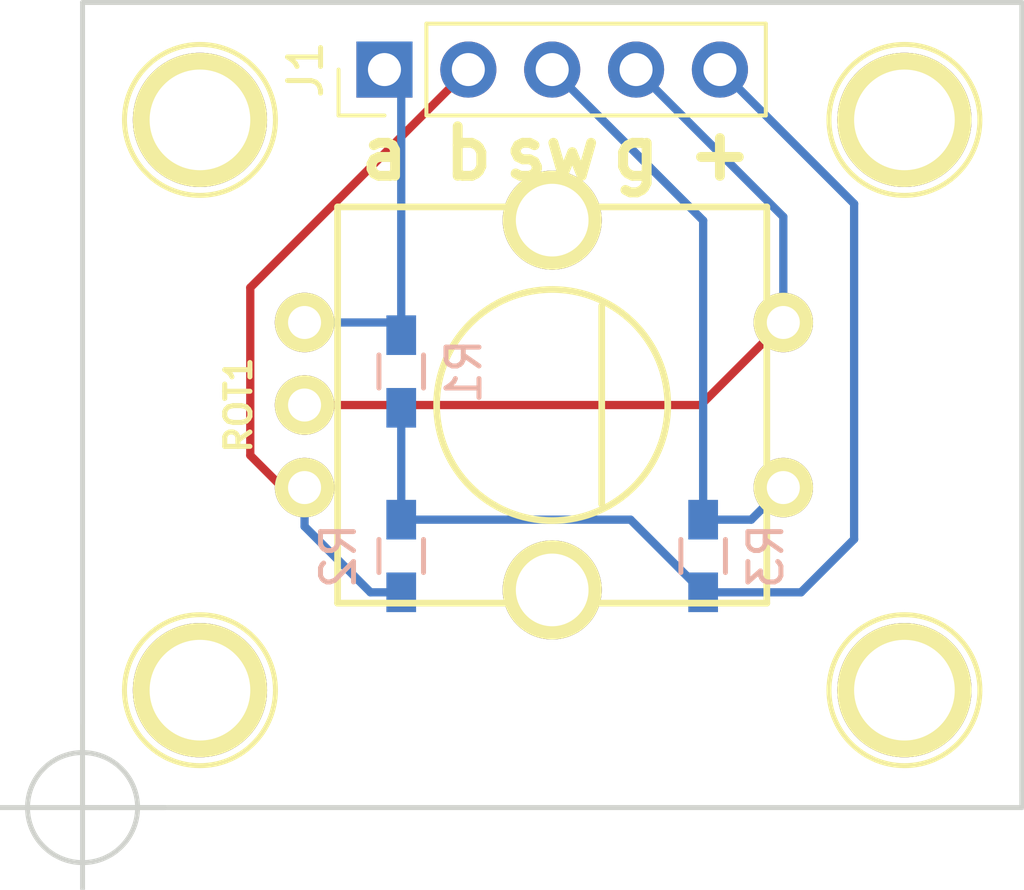
<source format=kicad_pcb>
(kicad_pcb (version 4) (host pcbnew 4.0.7)

  (general
    (links 11)
    (no_connects 0)
    (area 131.7399 70.214166 173.888001 97.463)
    (thickness 1.6)
    (drawings 12)
    (tracks 26)
    (zones 0)
    (modules 9)
    (nets 6)
  )

  (page A4)
  (layers
    (0 F.Cu signal)
    (31 B.Cu signal)
    (32 B.Adhes user)
    (33 F.Adhes user)
    (34 B.Paste user)
    (35 F.Paste user)
    (36 B.SilkS user)
    (37 F.SilkS user)
    (38 B.Mask user)
    (39 F.Mask user)
    (40 Dwgs.User user)
    (41 Cmts.User user)
    (42 Eco1.User user)
    (43 Eco2.User user)
    (44 Edge.Cuts user)
    (45 Margin user)
    (46 B.CrtYd user)
    (47 F.CrtYd user)
    (48 B.Fab user)
    (49 F.Fab user)
  )

  (setup
    (last_trace_width 0.25)
    (trace_clearance 0.2)
    (zone_clearance 0.508)
    (zone_45_only no)
    (trace_min 0.2)
    (segment_width 0.2)
    (edge_width 0.15)
    (via_size 0.6)
    (via_drill 0.4)
    (via_min_size 0.4)
    (via_min_drill 0.3)
    (uvia_size 0.3)
    (uvia_drill 0.1)
    (uvias_allowed no)
    (uvia_min_size 0.2)
    (uvia_min_drill 0.1)
    (pcb_text_width 0.3)
    (pcb_text_size 1.5 1.5)
    (mod_edge_width 0.15)
    (mod_text_size 1 1)
    (mod_text_width 0.15)
    (pad_size 4.064 4.064)
    (pad_drill 3.048)
    (pad_to_mask_clearance 0.2)
    (aux_axis_origin 128.016 96.52)
    (visible_elements FFFFFF7F)
    (pcbplotparams
      (layerselection 0x00030_80000001)
      (usegerberextensions false)
      (excludeedgelayer true)
      (linewidth 0.100000)
      (plotframeref false)
      (viasonmask false)
      (mode 1)
      (useauxorigin false)
      (hpglpennumber 1)
      (hpglpenspeed 20)
      (hpglpendiameter 15)
      (hpglpenoverlay 2)
      (psnegative false)
      (psa4output false)
      (plotreference true)
      (plotvalue true)
      (plotinvisibletext false)
      (padsonsilk false)
      (subtractmaskfromsilk false)
      (outputformat 1)
      (mirror false)
      (drillshape 1)
      (scaleselection 1)
      (outputdirectory ""))
  )

  (net 0 "")
  (net 1 "Net-(J1-Pad1)")
  (net 2 "Net-(J1-Pad2)")
  (net 3 "Net-(J1-Pad3)")
  (net 4 GND)
  (net 5 VCC)

  (net_class Default "This is the default net class."
    (clearance 0.2)
    (trace_width 0.25)
    (via_dia 0.6)
    (via_drill 0.4)
    (uvia_dia 0.3)
    (uvia_drill 0.1)
    (add_net GND)
    (add_net "Net-(J1-Pad1)")
    (add_net "Net-(J1-Pad2)")
    (add_net "Net-(J1-Pad3)")
    (add_net VCC)
  )

  (module Resistors_SMD:R_0603_HandSoldering (layer B.Cu) (tedit 58307AEF) (tstamp 59C169CF)
    (at 137.668 83.312 90)
    (descr "Resistor SMD 0603, hand soldering")
    (tags "resistor 0603")
    (path /59BEEA0E)
    (attr smd)
    (fp_text reference R1 (at 0 1.9 90) (layer B.SilkS)
      (effects (font (size 1 1) (thickness 0.15)) (justify mirror))
    )
    (fp_text value R_Small (at 0 -1.9 90) (layer B.Fab)
      (effects (font (size 1 1) (thickness 0.15)) (justify mirror))
    )
    (fp_line (start -0.8 -0.4) (end -0.8 0.4) (layer B.Fab) (width 0.1))
    (fp_line (start 0.8 -0.4) (end -0.8 -0.4) (layer B.Fab) (width 0.1))
    (fp_line (start 0.8 0.4) (end 0.8 -0.4) (layer B.Fab) (width 0.1))
    (fp_line (start -0.8 0.4) (end 0.8 0.4) (layer B.Fab) (width 0.1))
    (fp_line (start -2 0.8) (end 2 0.8) (layer B.CrtYd) (width 0.05))
    (fp_line (start -2 -0.8) (end 2 -0.8) (layer B.CrtYd) (width 0.05))
    (fp_line (start -2 0.8) (end -2 -0.8) (layer B.CrtYd) (width 0.05))
    (fp_line (start 2 0.8) (end 2 -0.8) (layer B.CrtYd) (width 0.05))
    (fp_line (start 0.5 -0.675) (end -0.5 -0.675) (layer B.SilkS) (width 0.15))
    (fp_line (start -0.5 0.675) (end 0.5 0.675) (layer B.SilkS) (width 0.15))
    (pad 1 smd rect (at -1.1 0 90) (size 1.2 0.9) (layers B.Cu B.Paste B.Mask)
      (net 5 VCC))
    (pad 2 smd rect (at 1.1 0 90) (size 1.2 0.9) (layers B.Cu B.Paste B.Mask)
      (net 1 "Net-(J1-Pad1)"))
    (model Resistors_SMD.3dshapes/R_0603_HandSoldering.wrl
      (at (xyz 0 0 0))
      (scale (xyz 1 1 1))
      (rotate (xyz 0 0 0))
    )
  )

  (module Resistors_SMD:R_0603_HandSoldering (layer B.Cu) (tedit 58307AEF) (tstamp 59C169D5)
    (at 137.668 88.9 270)
    (descr "Resistor SMD 0603, hand soldering")
    (tags "resistor 0603")
    (path /59BEEB11)
    (attr smd)
    (fp_text reference R2 (at 0 1.9 270) (layer B.SilkS)
      (effects (font (size 1 1) (thickness 0.15)) (justify mirror))
    )
    (fp_text value R_Small (at 0 -1.9 270) (layer B.Fab)
      (effects (font (size 1 1) (thickness 0.15)) (justify mirror))
    )
    (fp_line (start -0.8 -0.4) (end -0.8 0.4) (layer B.Fab) (width 0.1))
    (fp_line (start 0.8 -0.4) (end -0.8 -0.4) (layer B.Fab) (width 0.1))
    (fp_line (start 0.8 0.4) (end 0.8 -0.4) (layer B.Fab) (width 0.1))
    (fp_line (start -0.8 0.4) (end 0.8 0.4) (layer B.Fab) (width 0.1))
    (fp_line (start -2 0.8) (end 2 0.8) (layer B.CrtYd) (width 0.05))
    (fp_line (start -2 -0.8) (end 2 -0.8) (layer B.CrtYd) (width 0.05))
    (fp_line (start -2 0.8) (end -2 -0.8) (layer B.CrtYd) (width 0.05))
    (fp_line (start 2 0.8) (end 2 -0.8) (layer B.CrtYd) (width 0.05))
    (fp_line (start 0.5 -0.675) (end -0.5 -0.675) (layer B.SilkS) (width 0.15))
    (fp_line (start -0.5 0.675) (end 0.5 0.675) (layer B.SilkS) (width 0.15))
    (pad 1 smd rect (at -1.1 0 270) (size 1.2 0.9) (layers B.Cu B.Paste B.Mask)
      (net 5 VCC))
    (pad 2 smd rect (at 1.1 0 270) (size 1.2 0.9) (layers B.Cu B.Paste B.Mask)
      (net 2 "Net-(J1-Pad2)"))
    (model Resistors_SMD.3dshapes/R_0603_HandSoldering.wrl
      (at (xyz 0 0 0))
      (scale (xyz 1 1 1))
      (rotate (xyz 0 0 0))
    )
  )

  (module Resistors_SMD:R_0603_HandSoldering (layer B.Cu) (tedit 58307AEF) (tstamp 59C169DB)
    (at 146.812 88.9 90)
    (descr "Resistor SMD 0603, hand soldering")
    (tags "resistor 0603")
    (path /59BEE9A7)
    (attr smd)
    (fp_text reference R3 (at 0 1.9 90) (layer B.SilkS)
      (effects (font (size 1 1) (thickness 0.15)) (justify mirror))
    )
    (fp_text value R_Small (at 0 -1.9 90) (layer B.Fab)
      (effects (font (size 1 1) (thickness 0.15)) (justify mirror))
    )
    (fp_line (start -0.8 -0.4) (end -0.8 0.4) (layer B.Fab) (width 0.1))
    (fp_line (start 0.8 -0.4) (end -0.8 -0.4) (layer B.Fab) (width 0.1))
    (fp_line (start 0.8 0.4) (end 0.8 -0.4) (layer B.Fab) (width 0.1))
    (fp_line (start -0.8 0.4) (end 0.8 0.4) (layer B.Fab) (width 0.1))
    (fp_line (start -2 0.8) (end 2 0.8) (layer B.CrtYd) (width 0.05))
    (fp_line (start -2 -0.8) (end 2 -0.8) (layer B.CrtYd) (width 0.05))
    (fp_line (start -2 0.8) (end -2 -0.8) (layer B.CrtYd) (width 0.05))
    (fp_line (start 2 0.8) (end 2 -0.8) (layer B.CrtYd) (width 0.05))
    (fp_line (start 0.5 -0.675) (end -0.5 -0.675) (layer B.SilkS) (width 0.15))
    (fp_line (start -0.5 0.675) (end 0.5 0.675) (layer B.SilkS) (width 0.15))
    (pad 1 smd rect (at -1.1 0 90) (size 1.2 0.9) (layers B.Cu B.Paste B.Mask)
      (net 5 VCC))
    (pad 2 smd rect (at 1.1 0 90) (size 1.2 0.9) (layers B.Cu B.Paste B.Mask)
      (net 3 "Net-(J1-Pad3)"))
    (model Resistors_SMD.3dshapes/R_0603_HandSoldering.wrl
      (at (xyz 0 0 0))
      (scale (xyz 1 1 1))
      (rotate (xyz 0 0 0))
    )
  )

  (module lci-relays:Alps-Rotary-Encoder (layer F.Cu) (tedit 0) (tstamp 59C169E6)
    (at 142.24 84.328 270)
    (path /59C1647D)
    (fp_text reference ROT1 (at 0 9.5 270) (layer F.SilkS)
      (effects (font (size 0.762 0.762) (thickness 0.1524)))
    )
    (fp_text value Alps-Rotary-Encoder (at 0 0 270) (layer F.SilkS) hide
      (effects (font (size 0.762 0.762) (thickness 0.1524)))
    )
    (fp_line (start 3 -1.5) (end -3 -1.5) (layer F.SilkS) (width 0.2032))
    (fp_circle (center 0 0) (end 3.5 0) (layer F.SilkS) (width 0.2032))
    (fp_line (start 6 6.5) (end -6 6.5) (layer F.SilkS) (width 0.2032))
    (fp_line (start -6 6.5) (end -6 -6.5) (layer F.SilkS) (width 0.2032))
    (fp_line (start -6 -6.5) (end 6 -6.5) (layer F.SilkS) (width 0.2032))
    (fp_line (start 6 -6.5) (end 6 6.5) (layer F.SilkS) (width 0.2032))
    (pad 1 thru_hole circle (at -2.5 -7 270) (size 1.8 1.8) (drill 1) (layers *.Cu *.Mask F.SilkS)
      (net 4 GND))
    (pad 2 thru_hole circle (at -2.5 7.5 270) (size 1.8 1.8) (drill 1) (layers *.Cu *.Mask F.SilkS)
      (net 1 "Net-(J1-Pad1)"))
    (pad 3 thru_hole circle (at 0 7.5 270) (size 1.8 1.8) (drill 1) (layers *.Cu *.Mask F.SilkS)
      (net 4 GND))
    (pad 4 thru_hole circle (at 2.5 7.5 270) (size 1.8 1.8) (drill 1) (layers *.Cu *.Mask F.SilkS)
      (net 2 "Net-(J1-Pad2)"))
    (pad 5 thru_hole circle (at 2.5 -7 270) (size 1.8 1.8) (drill 1) (layers *.Cu *.Mask F.SilkS)
      (net 3 "Net-(J1-Pad3)"))
    (pad "" thru_hole circle (at 5.6 0 270) (size 3 3) (drill 2.2) (layers *.Cu *.Mask F.SilkS))
    (pad "" thru_hole circle (at -5.6 0 270) (size 3 3) (drill 2.2) (layers *.Cu *.Mask F.SilkS))
  )

  (module Pin_Headers:Pin_Header_Straight_1x05_Pitch2.54mm (layer F.Cu) (tedit 59C16D91) (tstamp 59C16B06)
    (at 137.16 74.168 90)
    (descr "Through hole straight pin header, 1x05, 2.54mm pitch, single row")
    (tags "Through hole pin header THT 1x05 2.54mm single row")
    (path /59BEE540)
    (fp_text reference J1 (at 0 -2.39 90) (layer F.SilkS)
      (effects (font (size 1 1) (thickness 0.15)))
    )
    (fp_text value CONN_01X05 (at 0 12.55 90) (layer F.Fab) hide
      (effects (font (size 1 1) (thickness 0.15)))
    )
    (fp_line (start -1.27 -1.27) (end -1.27 11.43) (layer F.Fab) (width 0.1))
    (fp_line (start -1.27 11.43) (end 1.27 11.43) (layer F.Fab) (width 0.1))
    (fp_line (start 1.27 11.43) (end 1.27 -1.27) (layer F.Fab) (width 0.1))
    (fp_line (start 1.27 -1.27) (end -1.27 -1.27) (layer F.Fab) (width 0.1))
    (fp_line (start -1.39 1.27) (end -1.39 11.55) (layer F.SilkS) (width 0.12))
    (fp_line (start -1.39 11.55) (end 1.39 11.55) (layer F.SilkS) (width 0.12))
    (fp_line (start 1.39 11.55) (end 1.39 1.27) (layer F.SilkS) (width 0.12))
    (fp_line (start 1.39 1.27) (end -1.39 1.27) (layer F.SilkS) (width 0.12))
    (fp_line (start -1.39 0) (end -1.39 -1.39) (layer F.SilkS) (width 0.12))
    (fp_line (start -1.39 -1.39) (end 0 -1.39) (layer F.SilkS) (width 0.12))
    (fp_line (start -1.6 -1.6) (end -1.6 11.7) (layer F.CrtYd) (width 0.05))
    (fp_line (start -1.6 11.7) (end 1.6 11.7) (layer F.CrtYd) (width 0.05))
    (fp_line (start 1.6 11.7) (end 1.6 -1.6) (layer F.CrtYd) (width 0.05))
    (fp_line (start 1.6 -1.6) (end -1.6 -1.6) (layer F.CrtYd) (width 0.05))
    (pad 1 thru_hole rect (at 0 0 90) (size 1.7 1.7) (drill 1) (layers *.Cu *.Mask)
      (net 1 "Net-(J1-Pad1)"))
    (pad 2 thru_hole oval (at 0 2.54 90) (size 1.7 1.7) (drill 1) (layers *.Cu *.Mask)
      (net 2 "Net-(J1-Pad2)"))
    (pad 3 thru_hole oval (at 0 5.08 90) (size 1.7 1.7) (drill 1) (layers *.Cu *.Mask)
      (net 3 "Net-(J1-Pad3)"))
    (pad 4 thru_hole oval (at 0 7.62 90) (size 1.7 1.7) (drill 1) (layers *.Cu *.Mask)
      (net 4 GND))
    (pad 5 thru_hole oval (at 0 10.16 90) (size 1.7 1.7) (drill 1) (layers *.Cu *.Mask)
      (net 5 VCC))
    (model Pin_Headers.3dshapes/Pin_Header_Straight_1x05_Pitch2.54mm.wrl
      (at (xyz 0 -0.2 0))
      (scale (xyz 1 1 1))
      (rotate (xyz 0 0 90))
    )
  )

  (module Connect:1pin (layer F.Cu) (tedit 59C16F60) (tstamp 59C16DDD)
    (at 152.908 75.692)
    (descr "module 1 pin (ou trou mecanique de percage)")
    (tags DEV)
    (fp_text reference REF** (at 0 -3.048) (layer F.SilkS) hide
      (effects (font (size 1 1) (thickness 0.15)))
    )
    (fp_text value 1pin (at 0 2.794) (layer F.Fab) hide
      (effects (font (size 1 1) (thickness 0.15)))
    )
    (fp_circle (center 0 0) (end 0 -2.286) (layer F.SilkS) (width 0.15))
    (pad 1 thru_hole circle (at 0 0) (size 4.064 4.064) (drill 3.048) (layers *.Cu *.Mask F.SilkS))
  )

  (module Connect:1pin (layer F.Cu) (tedit 59C16FA4) (tstamp 59C16E1C)
    (at 152.908 92.964)
    (descr "module 1 pin (ou trou mecanique de percage)")
    (tags DEV)
    (fp_text reference REF** (at 0 -3.048) (layer F.SilkS) hide
      (effects (font (size 1 1) (thickness 0.15)))
    )
    (fp_text value 1pin (at 0 2.794) (layer F.Fab) hide
      (effects (font (size 1 1) (thickness 0.15)))
    )
    (fp_circle (center 0 0) (end 0 -2.286) (layer F.SilkS) (width 0.15))
    (pad 1 thru_hole circle (at 0 0) (size 4.064 4.064) (drill 3.048) (layers *.Cu *.Mask F.SilkS))
  )

  (module Connect:1pin (layer F.Cu) (tedit 59C16F56) (tstamp 59C16E29)
    (at 131.572 92.964)
    (descr "module 1 pin (ou trou mecanique de percage)")
    (tags DEV)
    (fp_text reference REF** (at 0 -3.048) (layer F.SilkS) hide
      (effects (font (size 1 1) (thickness 0.15)))
    )
    (fp_text value 1pin (at 0 2.794) (layer F.Fab) hide
      (effects (font (size 1 1) (thickness 0.15)))
    )
    (fp_circle (center 0 0) (end 0 -2.286) (layer F.SilkS) (width 0.15))
    (pad 1 thru_hole circle (at 0 0) (size 4.064 4.064) (drill 3.048) (layers *.Cu *.Mask F.SilkS))
  )

  (module Connect:1pin (layer F.Cu) (tedit 59C16F4E) (tstamp 59C16E3B)
    (at 131.572 75.692)
    (descr "module 1 pin (ou trou mecanique de percage)")
    (tags DEV)
    (fp_text reference REF** (at 0 -3.048) (layer F.SilkS) hide
      (effects (font (size 1 1) (thickness 0.15)))
    )
    (fp_text value 1pin (at 0 2.794) (layer F.Fab) hide
      (effects (font (size 1 1) (thickness 0.15)))
    )
    (fp_circle (center 0 0) (end 0 -2.286) (layer F.SilkS) (width 0.15))
    (pad 1 thru_hole circle (at 0 0) (size 4.064 4.064) (drill 3.048) (layers *.Cu *.Mask F.SilkS))
  )

  (gr_text sw (at 142.24 76.708) (layer F.SilkS)
    (effects (font (size 1.5 1.5) (thickness 0.3)))
  )
  (gr_text g (at 144.78 76.708) (layer F.SilkS)
    (effects (font (size 1.5 1.5) (thickness 0.3)))
  )
  (gr_text + (at 147.32 76.708) (layer F.SilkS)
    (effects (font (size 1.5 1.5) (thickness 0.3)))
  )
  (gr_text a (at 137.16 76.708) (layer F.SilkS)
    (effects (font (size 1.5 1.5) (thickness 0.3)))
  )
  (gr_text b (at 139.7 76.708) (layer F.SilkS)
    (effects (font (size 1.5 1.5) (thickness 0.3)))
  )
  (target plus (at 128.016 96.52) (size 5) (width 0.15) (layer Edge.Cuts))
  (gr_line (start 128.016 96.52) (end 128.016 72.136) (angle 90) (layer Edge.Cuts) (width 0.15))
  (gr_line (start 128.524 96.52) (end 128.016 96.52) (angle 90) (layer Edge.Cuts) (width 0.15))
  (gr_line (start 156.464 96.52) (end 128.524 96.52) (angle 90) (layer Edge.Cuts) (width 0.15))
  (gr_line (start 156.464 96.012) (end 156.464 96.52) (angle 90) (layer Edge.Cuts) (width 0.15))
  (gr_line (start 156.464 72.136) (end 156.464 96.012) (angle 90) (layer Edge.Cuts) (width 0.15))
  (gr_line (start 128.016 72.136) (end 156.464 72.136) (angle 90) (layer Edge.Cuts) (width 0.15))

  (segment (start 137.668 82.212) (end 137.668 74.676) (width 0.25) (layer B.Cu) (net 1))
  (segment (start 137.668 74.676) (end 137.16 74.168) (width 0.25) (layer B.Cu) (net 1) (tstamp 59C17225))
  (segment (start 134.74 81.828) (end 137.284 81.828) (width 0.25) (layer B.Cu) (net 1))
  (segment (start 137.284 81.828) (end 137.668 82.212) (width 0.25) (layer B.Cu) (net 1) (tstamp 59C171F2))
  (segment (start 134.74 86.828) (end 134.072 86.828) (width 0.25) (layer F.Cu) (net 2))
  (segment (start 134.072 86.828) (end 133.096 85.852) (width 0.25) (layer F.Cu) (net 2) (tstamp 59C172B3))
  (segment (start 133.096 80.772) (end 139.7 74.168) (width 0.25) (layer F.Cu) (net 2) (tstamp 59C172B7))
  (segment (start 133.096 85.852) (end 133.096 80.772) (width 0.25) (layer F.Cu) (net 2) (tstamp 59C172B4))
  (segment (start 137.668 90) (end 136.736 90) (width 0.25) (layer B.Cu) (net 2))
  (segment (start 134.74 88.004) (end 134.74 86.828) (width 0.25) (layer B.Cu) (net 2) (tstamp 59C17200))
  (segment (start 136.736 90) (end 134.74 88.004) (width 0.25) (layer B.Cu) (net 2) (tstamp 59C171FC))
  (segment (start 146.812 87.8) (end 146.812 78.74) (width 0.25) (layer B.Cu) (net 3))
  (segment (start 146.812 78.74) (end 142.24 74.168) (width 0.25) (layer B.Cu) (net 3) (tstamp 59C1729C))
  (segment (start 146.812 87.8) (end 148.268 87.8) (width 0.25) (layer B.Cu) (net 3))
  (segment (start 148.268 87.8) (end 149.24 86.828) (width 0.25) (layer B.Cu) (net 3) (tstamp 59C171E2))
  (segment (start 134.74 84.328) (end 146.74 84.328) (width 0.25) (layer F.Cu) (net 4))
  (segment (start 146.74 84.328) (end 149.24 81.828) (width 0.25) (layer F.Cu) (net 4) (tstamp 59C172AC))
  (segment (start 149.24 81.828) (end 149.24 78.628) (width 0.25) (layer B.Cu) (net 4))
  (segment (start 149.24 78.628) (end 144.78 74.168) (width 0.25) (layer B.Cu) (net 4) (tstamp 59C17249))
  (segment (start 146.812 90) (end 149.776 90) (width 0.25) (layer B.Cu) (net 5))
  (segment (start 151.384 78.232) (end 147.32 74.168) (width 0.25) (layer B.Cu) (net 5) (tstamp 59C1727E))
  (segment (start 151.384 88.392) (end 151.384 78.232) (width 0.25) (layer B.Cu) (net 5) (tstamp 59C1727B))
  (segment (start 149.776 90) (end 151.384 88.392) (width 0.25) (layer B.Cu) (net 5) (tstamp 59C17274))
  (segment (start 137.668 87.8) (end 144.612 87.8) (width 0.25) (layer B.Cu) (net 5))
  (segment (start 144.612 87.8) (end 146.812 90) (width 0.25) (layer B.Cu) (net 5) (tstamp 59C1723B))
  (segment (start 137.668 87.8) (end 137.668 84.412) (width 0.25) (layer B.Cu) (net 5))

)

</source>
